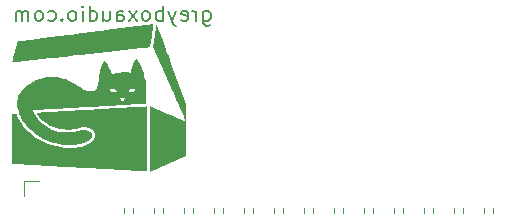
<source format=gbo>
G04 #@! TF.GenerationSoftware,KiCad,Pcbnew,8.0.4*
G04 #@! TF.CreationDate,2024-08-16T15:34:14+02:00*
G04 #@! TF.ProjectId,AT8,4154382e-6b69-4636-9164-5f7063625858,00*
G04 #@! TF.SameCoordinates,Original*
G04 #@! TF.FileFunction,Legend,Bot*
G04 #@! TF.FilePolarity,Positive*
%FSLAX46Y46*%
G04 Gerber Fmt 4.6, Leading zero omitted, Abs format (unit mm)*
G04 Created by KiCad (PCBNEW 8.0.4) date 2024-08-16 15:34:14*
%MOMM*%
%LPD*%
G01*
G04 APERTURE LIST*
%ADD10C,0.203200*%
%ADD11C,0.120000*%
%ADD12C,0.000000*%
%ADD13O,1.700000X1.700000*%
%ADD14R,1.700000X1.700000*%
G04 APERTURE END LIST*
D10*
X30159476Y-14288342D02*
X30159476Y-15316437D01*
X30159476Y-15316437D02*
X30219952Y-15437390D01*
X30219952Y-15437390D02*
X30280428Y-15497866D01*
X30280428Y-15497866D02*
X30401381Y-15558342D01*
X30401381Y-15558342D02*
X30582809Y-15558342D01*
X30582809Y-15558342D02*
X30703762Y-15497866D01*
X30159476Y-15074533D02*
X30280428Y-15135009D01*
X30280428Y-15135009D02*
X30522333Y-15135009D01*
X30522333Y-15135009D02*
X30643285Y-15074533D01*
X30643285Y-15074533D02*
X30703762Y-15014056D01*
X30703762Y-15014056D02*
X30764238Y-14893104D01*
X30764238Y-14893104D02*
X30764238Y-14530247D01*
X30764238Y-14530247D02*
X30703762Y-14409294D01*
X30703762Y-14409294D02*
X30643285Y-14348818D01*
X30643285Y-14348818D02*
X30522333Y-14288342D01*
X30522333Y-14288342D02*
X30280428Y-14288342D01*
X30280428Y-14288342D02*
X30159476Y-14348818D01*
X29554714Y-15135009D02*
X29554714Y-14288342D01*
X29554714Y-14530247D02*
X29494237Y-14409294D01*
X29494237Y-14409294D02*
X29433761Y-14348818D01*
X29433761Y-14348818D02*
X29312809Y-14288342D01*
X29312809Y-14288342D02*
X29191856Y-14288342D01*
X28284714Y-15074533D02*
X28405666Y-15135009D01*
X28405666Y-15135009D02*
X28647571Y-15135009D01*
X28647571Y-15135009D02*
X28768524Y-15074533D01*
X28768524Y-15074533D02*
X28829000Y-14953580D01*
X28829000Y-14953580D02*
X28829000Y-14469771D01*
X28829000Y-14469771D02*
X28768524Y-14348818D01*
X28768524Y-14348818D02*
X28647571Y-14288342D01*
X28647571Y-14288342D02*
X28405666Y-14288342D01*
X28405666Y-14288342D02*
X28284714Y-14348818D01*
X28284714Y-14348818D02*
X28224238Y-14469771D01*
X28224238Y-14469771D02*
X28224238Y-14590723D01*
X28224238Y-14590723D02*
X28829000Y-14711675D01*
X27800905Y-14288342D02*
X27498524Y-15135009D01*
X27196143Y-14288342D02*
X27498524Y-15135009D01*
X27498524Y-15135009D02*
X27619476Y-15437390D01*
X27619476Y-15437390D02*
X27679953Y-15497866D01*
X27679953Y-15497866D02*
X27800905Y-15558342D01*
X26712334Y-15135009D02*
X26712334Y-13865009D01*
X26712334Y-14348818D02*
X26591381Y-14288342D01*
X26591381Y-14288342D02*
X26349476Y-14288342D01*
X26349476Y-14288342D02*
X26228524Y-14348818D01*
X26228524Y-14348818D02*
X26168048Y-14409294D01*
X26168048Y-14409294D02*
X26107572Y-14530247D01*
X26107572Y-14530247D02*
X26107572Y-14893104D01*
X26107572Y-14893104D02*
X26168048Y-15014056D01*
X26168048Y-15014056D02*
X26228524Y-15074533D01*
X26228524Y-15074533D02*
X26349476Y-15135009D01*
X26349476Y-15135009D02*
X26591381Y-15135009D01*
X26591381Y-15135009D02*
X26712334Y-15074533D01*
X25381857Y-15135009D02*
X25502809Y-15074533D01*
X25502809Y-15074533D02*
X25563286Y-15014056D01*
X25563286Y-15014056D02*
X25623762Y-14893104D01*
X25623762Y-14893104D02*
X25623762Y-14530247D01*
X25623762Y-14530247D02*
X25563286Y-14409294D01*
X25563286Y-14409294D02*
X25502809Y-14348818D01*
X25502809Y-14348818D02*
X25381857Y-14288342D01*
X25381857Y-14288342D02*
X25200428Y-14288342D01*
X25200428Y-14288342D02*
X25079476Y-14348818D01*
X25079476Y-14348818D02*
X25019000Y-14409294D01*
X25019000Y-14409294D02*
X24958524Y-14530247D01*
X24958524Y-14530247D02*
X24958524Y-14893104D01*
X24958524Y-14893104D02*
X25019000Y-15014056D01*
X25019000Y-15014056D02*
X25079476Y-15074533D01*
X25079476Y-15074533D02*
X25200428Y-15135009D01*
X25200428Y-15135009D02*
X25381857Y-15135009D01*
X24535190Y-15135009D02*
X23869952Y-14288342D01*
X24535190Y-14288342D02*
X23869952Y-15135009D01*
X22841857Y-15135009D02*
X22841857Y-14469771D01*
X22841857Y-14469771D02*
X22902333Y-14348818D01*
X22902333Y-14348818D02*
X23023285Y-14288342D01*
X23023285Y-14288342D02*
X23265190Y-14288342D01*
X23265190Y-14288342D02*
X23386143Y-14348818D01*
X22841857Y-15074533D02*
X22962809Y-15135009D01*
X22962809Y-15135009D02*
X23265190Y-15135009D01*
X23265190Y-15135009D02*
X23386143Y-15074533D01*
X23386143Y-15074533D02*
X23446619Y-14953580D01*
X23446619Y-14953580D02*
X23446619Y-14832628D01*
X23446619Y-14832628D02*
X23386143Y-14711675D01*
X23386143Y-14711675D02*
X23265190Y-14651199D01*
X23265190Y-14651199D02*
X22962809Y-14651199D01*
X22962809Y-14651199D02*
X22841857Y-14590723D01*
X21692809Y-14288342D02*
X21692809Y-15135009D01*
X22237095Y-14288342D02*
X22237095Y-14953580D01*
X22237095Y-14953580D02*
X22176618Y-15074533D01*
X22176618Y-15074533D02*
X22055666Y-15135009D01*
X22055666Y-15135009D02*
X21874237Y-15135009D01*
X21874237Y-15135009D02*
X21753285Y-15074533D01*
X21753285Y-15074533D02*
X21692809Y-15014056D01*
X20543761Y-15135009D02*
X20543761Y-13865009D01*
X20543761Y-15074533D02*
X20664713Y-15135009D01*
X20664713Y-15135009D02*
X20906618Y-15135009D01*
X20906618Y-15135009D02*
X21027570Y-15074533D01*
X21027570Y-15074533D02*
X21088047Y-15014056D01*
X21088047Y-15014056D02*
X21148523Y-14893104D01*
X21148523Y-14893104D02*
X21148523Y-14530247D01*
X21148523Y-14530247D02*
X21088047Y-14409294D01*
X21088047Y-14409294D02*
X21027570Y-14348818D01*
X21027570Y-14348818D02*
X20906618Y-14288342D01*
X20906618Y-14288342D02*
X20664713Y-14288342D01*
X20664713Y-14288342D02*
X20543761Y-14348818D01*
X19938999Y-15135009D02*
X19938999Y-14288342D01*
X19938999Y-13865009D02*
X19999475Y-13925485D01*
X19999475Y-13925485D02*
X19938999Y-13985961D01*
X19938999Y-13985961D02*
X19878522Y-13925485D01*
X19878522Y-13925485D02*
X19938999Y-13865009D01*
X19938999Y-13865009D02*
X19938999Y-13985961D01*
X19152808Y-15135009D02*
X19273760Y-15074533D01*
X19273760Y-15074533D02*
X19334237Y-15014056D01*
X19334237Y-15014056D02*
X19394713Y-14893104D01*
X19394713Y-14893104D02*
X19394713Y-14530247D01*
X19394713Y-14530247D02*
X19334237Y-14409294D01*
X19334237Y-14409294D02*
X19273760Y-14348818D01*
X19273760Y-14348818D02*
X19152808Y-14288342D01*
X19152808Y-14288342D02*
X18971379Y-14288342D01*
X18971379Y-14288342D02*
X18850427Y-14348818D01*
X18850427Y-14348818D02*
X18789951Y-14409294D01*
X18789951Y-14409294D02*
X18729475Y-14530247D01*
X18729475Y-14530247D02*
X18729475Y-14893104D01*
X18729475Y-14893104D02*
X18789951Y-15014056D01*
X18789951Y-15014056D02*
X18850427Y-15074533D01*
X18850427Y-15074533D02*
X18971379Y-15135009D01*
X18971379Y-15135009D02*
X19152808Y-15135009D01*
X18185189Y-15014056D02*
X18124712Y-15074533D01*
X18124712Y-15074533D02*
X18185189Y-15135009D01*
X18185189Y-15135009D02*
X18245665Y-15074533D01*
X18245665Y-15074533D02*
X18185189Y-15014056D01*
X18185189Y-15014056D02*
X18185189Y-15135009D01*
X17036141Y-15074533D02*
X17157093Y-15135009D01*
X17157093Y-15135009D02*
X17398998Y-15135009D01*
X17398998Y-15135009D02*
X17519950Y-15074533D01*
X17519950Y-15074533D02*
X17580427Y-15014056D01*
X17580427Y-15014056D02*
X17640903Y-14893104D01*
X17640903Y-14893104D02*
X17640903Y-14530247D01*
X17640903Y-14530247D02*
X17580427Y-14409294D01*
X17580427Y-14409294D02*
X17519950Y-14348818D01*
X17519950Y-14348818D02*
X17398998Y-14288342D01*
X17398998Y-14288342D02*
X17157093Y-14288342D01*
X17157093Y-14288342D02*
X17036141Y-14348818D01*
X16310427Y-15135009D02*
X16431379Y-15074533D01*
X16431379Y-15074533D02*
X16491856Y-15014056D01*
X16491856Y-15014056D02*
X16552332Y-14893104D01*
X16552332Y-14893104D02*
X16552332Y-14530247D01*
X16552332Y-14530247D02*
X16491856Y-14409294D01*
X16491856Y-14409294D02*
X16431379Y-14348818D01*
X16431379Y-14348818D02*
X16310427Y-14288342D01*
X16310427Y-14288342D02*
X16128998Y-14288342D01*
X16128998Y-14288342D02*
X16008046Y-14348818D01*
X16008046Y-14348818D02*
X15947570Y-14409294D01*
X15947570Y-14409294D02*
X15887094Y-14530247D01*
X15887094Y-14530247D02*
X15887094Y-14893104D01*
X15887094Y-14893104D02*
X15947570Y-15014056D01*
X15947570Y-15014056D02*
X16008046Y-15074533D01*
X16008046Y-15074533D02*
X16128998Y-15135009D01*
X16128998Y-15135009D02*
X16310427Y-15135009D01*
X15342808Y-15135009D02*
X15342808Y-14288342D01*
X15342808Y-14409294D02*
X15282331Y-14348818D01*
X15282331Y-14348818D02*
X15161379Y-14288342D01*
X15161379Y-14288342D02*
X14979950Y-14288342D01*
X14979950Y-14288342D02*
X14858998Y-14348818D01*
X14858998Y-14348818D02*
X14798522Y-14469771D01*
X14798522Y-14469771D02*
X14798522Y-15135009D01*
X14798522Y-14469771D02*
X14738046Y-14348818D01*
X14738046Y-14348818D02*
X14617093Y-14288342D01*
X14617093Y-14288342D02*
X14435665Y-14288342D01*
X14435665Y-14288342D02*
X14314712Y-14348818D01*
X14314712Y-14348818D02*
X14254236Y-14469771D01*
X14254236Y-14469771D02*
X14254236Y-15135009D01*
D11*
X41250000Y-31412000D02*
X41250000Y-31014929D01*
X26010000Y-31412000D02*
X26010000Y-31014929D01*
X23470000Y-31412000D02*
X23470000Y-31014929D01*
X48870000Y-31412000D02*
X48870000Y-31014929D01*
X28550000Y-31412000D02*
X28550000Y-31014929D01*
X54710000Y-31412000D02*
X54710000Y-31014929D01*
X53950000Y-31412000D02*
X53950000Y-31014929D01*
X52170000Y-31412000D02*
X52170000Y-31014929D01*
X51410000Y-31412000D02*
X51410000Y-31014929D01*
X49630000Y-31412000D02*
X49630000Y-31014929D01*
X48870000Y-31412000D02*
X48870000Y-31014929D01*
X47090000Y-31412000D02*
X47090000Y-31014929D01*
X46330000Y-31412000D02*
X46330000Y-31014929D01*
X44550000Y-31412000D02*
X44550000Y-31014929D01*
X43790000Y-31412000D02*
X43790000Y-31014929D01*
X42010000Y-31412000D02*
X42010000Y-31014929D01*
X41250000Y-31412000D02*
X41250000Y-31014929D01*
X39470000Y-31412000D02*
X39470000Y-31014929D01*
X38710000Y-31412000D02*
X38710000Y-31014929D01*
X36930000Y-31412000D02*
X36930000Y-31014929D01*
X36170000Y-31412000D02*
X36170000Y-31014929D01*
X34390000Y-31412000D02*
X34390000Y-31014929D01*
X33630000Y-31412000D02*
X33630000Y-31014929D01*
X31850000Y-31412000D02*
X31850000Y-31014929D01*
X31090000Y-31412000D02*
X31090000Y-31014929D01*
X29310000Y-31412000D02*
X29310000Y-31014929D01*
X28550000Y-31412000D02*
X28550000Y-31014929D01*
X26770000Y-31412000D02*
X26770000Y-31014929D01*
X26010000Y-31412000D02*
X26010000Y-31014929D01*
X24230000Y-31412000D02*
X24230000Y-31014929D01*
X23470000Y-31412000D02*
X23470000Y-31014929D01*
X14960000Y-28702000D02*
X16230000Y-28702000D01*
X14960000Y-29972000D02*
X14960000Y-28702000D01*
D12*
G36*
X26170705Y-15400052D02*
G01*
X26183636Y-15431993D01*
X26206728Y-15491066D01*
X26239494Y-15575992D01*
X26281451Y-15685488D01*
X26332111Y-15818273D01*
X26390992Y-15973064D01*
X26457606Y-16148580D01*
X26531470Y-16343539D01*
X26612098Y-16556659D01*
X26699004Y-16786659D01*
X26791705Y-17032257D01*
X26889714Y-17292170D01*
X26992546Y-17565118D01*
X27099717Y-17849818D01*
X27210741Y-18144989D01*
X27325133Y-18449349D01*
X27442408Y-18761616D01*
X28711979Y-22143369D01*
X28711874Y-24363879D01*
X28711769Y-26584389D01*
X27183862Y-27240833D01*
X25655954Y-27897277D01*
X25651962Y-26516969D01*
X25651557Y-26361136D01*
X25651034Y-26093723D01*
X25650653Y-25805646D01*
X25650415Y-25503391D01*
X25650318Y-25193445D01*
X25650363Y-24882293D01*
X25650549Y-24576422D01*
X25650878Y-24282317D01*
X25651349Y-24006466D01*
X25651962Y-23755355D01*
X25655954Y-22374048D01*
X27086169Y-22989203D01*
X27191167Y-23034364D01*
X27390193Y-23119972D01*
X27581390Y-23202217D01*
X27762668Y-23280199D01*
X27931939Y-23353019D01*
X28087115Y-23419780D01*
X28226105Y-23479583D01*
X28346822Y-23531528D01*
X28447176Y-23574717D01*
X28525079Y-23608251D01*
X28578441Y-23631232D01*
X28605175Y-23642760D01*
X28693964Y-23681163D01*
X28649171Y-23576574D01*
X28639462Y-23554260D01*
X28617515Y-23504142D01*
X28584143Y-23428078D01*
X28539946Y-23327436D01*
X28485527Y-23203586D01*
X28421488Y-23057894D01*
X28348429Y-22891729D01*
X28266954Y-22706459D01*
X28177664Y-22503453D01*
X28081160Y-22284078D01*
X27978044Y-22049703D01*
X27868918Y-21801695D01*
X27754384Y-21541424D01*
X27635044Y-21270256D01*
X27511499Y-20989561D01*
X27384352Y-20700706D01*
X27254203Y-20405059D01*
X25904028Y-17338134D01*
X26033563Y-16373606D01*
X26037107Y-16347222D01*
X26059864Y-16178212D01*
X26081426Y-16018732D01*
X26101424Y-15871462D01*
X26119491Y-15739084D01*
X26135258Y-15624283D01*
X26148357Y-15529738D01*
X26158421Y-15458133D01*
X26165080Y-15412149D01*
X26167967Y-15394470D01*
X26170705Y-15400052D01*
G37*
G36*
X25925468Y-15405874D02*
G01*
X25923572Y-15428144D01*
X25917895Y-15478202D01*
X25908771Y-15553414D01*
X25896537Y-15651146D01*
X25881526Y-15768763D01*
X25864077Y-15903634D01*
X25844523Y-16053122D01*
X25823200Y-16214596D01*
X25800444Y-16385421D01*
X25670018Y-17360354D01*
X25631724Y-17365614D01*
X25629163Y-17365923D01*
X25601099Y-17369111D01*
X25543411Y-17375587D01*
X25457191Y-17385228D01*
X25343528Y-17397913D01*
X25203515Y-17413521D01*
X25038243Y-17431931D01*
X24848803Y-17453021D01*
X24636286Y-17476670D01*
X24401784Y-17502756D01*
X24146388Y-17531159D01*
X23871189Y-17561757D01*
X23577279Y-17594428D01*
X23265748Y-17629052D01*
X22937689Y-17665507D01*
X22594191Y-17703671D01*
X22236348Y-17743424D01*
X21865249Y-17784643D01*
X21481986Y-17827209D01*
X21087651Y-17870998D01*
X20683335Y-17915891D01*
X20270128Y-17961766D01*
X19849123Y-18008500D01*
X19717893Y-18023065D01*
X19298730Y-18069565D01*
X18887520Y-18115148D01*
X18485366Y-18159692D01*
X18093368Y-18203079D01*
X17712626Y-18245185D01*
X17344242Y-18285891D01*
X16989316Y-18325075D01*
X16648948Y-18362617D01*
X16324241Y-18398395D01*
X16016293Y-18432289D01*
X15726207Y-18464178D01*
X15455083Y-18493940D01*
X15204021Y-18521455D01*
X14974122Y-18546602D01*
X14766487Y-18569260D01*
X14582217Y-18589308D01*
X14422413Y-18606624D01*
X14288174Y-18621089D01*
X14180603Y-18632581D01*
X14100799Y-18640979D01*
X14049864Y-18646162D01*
X14028897Y-18648009D01*
X13995170Y-18647851D01*
X13965414Y-18642584D01*
X13960358Y-18630354D01*
X13963601Y-18619120D01*
X13974250Y-18579723D01*
X13991474Y-18514918D01*
X14014549Y-18427467D01*
X14042749Y-18320133D01*
X14075348Y-18195678D01*
X14111621Y-18056865D01*
X14150843Y-17906457D01*
X14192287Y-17747215D01*
X14224573Y-17623391D01*
X14264326Y-17471915D01*
X14301348Y-17331932D01*
X14334915Y-17206124D01*
X14364302Y-17097175D01*
X14388784Y-17007767D01*
X14407636Y-16940582D01*
X14420135Y-16898304D01*
X14425555Y-16883615D01*
X14427782Y-16883357D01*
X14454631Y-16879970D01*
X14511015Y-16872764D01*
X14595853Y-16861879D01*
X14708065Y-16847456D01*
X14846570Y-16829632D01*
X15010288Y-16808548D01*
X15198138Y-16784343D01*
X15409040Y-16757157D01*
X15641914Y-16727128D01*
X15895678Y-16694396D01*
X16169253Y-16659100D01*
X16461557Y-16621381D01*
X16771512Y-16581377D01*
X17098035Y-16539228D01*
X17440047Y-16495073D01*
X17796467Y-16449051D01*
X18166215Y-16401303D01*
X18548210Y-16351967D01*
X18941372Y-16301183D01*
X19344620Y-16249090D01*
X19756874Y-16195827D01*
X20177054Y-16141535D01*
X20329677Y-16121815D01*
X20747073Y-16067908D01*
X21156138Y-16015109D01*
X21555793Y-15963557D01*
X21944957Y-15913390D01*
X22322552Y-15864747D01*
X22687497Y-15817766D01*
X23038714Y-15772585D01*
X23375122Y-15729343D01*
X23695642Y-15688178D01*
X23999194Y-15649228D01*
X24284699Y-15612631D01*
X24551076Y-15578527D01*
X24797247Y-15547052D01*
X25022132Y-15518347D01*
X25224651Y-15492548D01*
X25403725Y-15469794D01*
X25558273Y-15450225D01*
X25687217Y-15433977D01*
X25789476Y-15421189D01*
X25863971Y-15412000D01*
X25909623Y-15406548D01*
X25925352Y-15404972D01*
X25925468Y-15405874D01*
G37*
G36*
X25395885Y-22387514D02*
G01*
X25398268Y-22401179D01*
X25400442Y-22427553D01*
X25402417Y-22467794D01*
X25404200Y-22523063D01*
X25405800Y-22594519D01*
X25407224Y-22683322D01*
X25408481Y-22790630D01*
X25409580Y-22917605D01*
X25410527Y-23065404D01*
X25411333Y-23235189D01*
X25412004Y-23428118D01*
X25412550Y-23645351D01*
X25412978Y-23888048D01*
X25413296Y-24157367D01*
X25413513Y-24454470D01*
X25413638Y-24780515D01*
X25413677Y-25136661D01*
X25413677Y-27887677D01*
X25379392Y-27887677D01*
X25378794Y-27887662D01*
X25356830Y-27886563D01*
X25304904Y-27883768D01*
X25224120Y-27879339D01*
X25115584Y-27873338D01*
X24980401Y-27865826D01*
X24819675Y-27856867D01*
X24634512Y-27846521D01*
X24426017Y-27834852D01*
X24195294Y-27821921D01*
X23943450Y-27807790D01*
X23671589Y-27792522D01*
X23380816Y-27776178D01*
X23072236Y-27758821D01*
X22746954Y-27740512D01*
X22406076Y-27721314D01*
X22050706Y-27701289D01*
X21681949Y-27680499D01*
X21300911Y-27659006D01*
X20908696Y-27636872D01*
X20506410Y-27614160D01*
X20095157Y-27590930D01*
X19676044Y-27567246D01*
X19619396Y-27564044D01*
X19201376Y-27540421D01*
X18791411Y-27517262D01*
X18390602Y-27494627D01*
X18000052Y-27472578D01*
X17620864Y-27451179D01*
X17254142Y-27430491D01*
X16900987Y-27410576D01*
X16562502Y-27391496D01*
X16239791Y-27373314D01*
X15933956Y-27356090D01*
X15646099Y-27339888D01*
X15377324Y-27324769D01*
X15128732Y-27310795D01*
X14901428Y-27298029D01*
X14696514Y-27286533D01*
X14515091Y-27276368D01*
X14358264Y-27267596D01*
X14227135Y-27260281D01*
X14122807Y-27254483D01*
X14046381Y-27250264D01*
X13998962Y-27247688D01*
X13981652Y-27246815D01*
X13980281Y-27246592D01*
X13976806Y-27243249D01*
X13973682Y-27234698D01*
X13970889Y-27219406D01*
X13968410Y-27195841D01*
X13966226Y-27162469D01*
X13964320Y-27117758D01*
X13962671Y-27060177D01*
X13961262Y-26988191D01*
X13960075Y-26900270D01*
X13959091Y-26794880D01*
X13958292Y-26670488D01*
X13957659Y-26525562D01*
X13957174Y-26358571D01*
X13956819Y-26167980D01*
X13956574Y-25952258D01*
X13956423Y-25709872D01*
X13956345Y-25439289D01*
X13956323Y-25138978D01*
X13956323Y-23031141D01*
X14085277Y-23021102D01*
X14171386Y-23014519D01*
X14237649Y-23010773D01*
X14282747Y-23011596D01*
X14311847Y-23018215D01*
X14330116Y-23031858D01*
X14342722Y-23053752D01*
X14354832Y-23085123D01*
X14399561Y-23196599D01*
X14498866Y-23405463D01*
X14619028Y-23619691D01*
X14756006Y-23832767D01*
X14905761Y-24038174D01*
X15064253Y-24229395D01*
X15153516Y-24326823D01*
X15413416Y-24579810D01*
X15695836Y-24813726D01*
X15998367Y-25027517D01*
X16318597Y-25220128D01*
X16654115Y-25390504D01*
X17002511Y-25537592D01*
X17361374Y-25660336D01*
X17728293Y-25757682D01*
X18100857Y-25828576D01*
X18476656Y-25871963D01*
X18853278Y-25886788D01*
X19047747Y-25883519D01*
X19317433Y-25865811D01*
X19569451Y-25831965D01*
X19809738Y-25781112D01*
X20044229Y-25712382D01*
X20222323Y-25646805D01*
X20417571Y-25557215D01*
X20584801Y-25458555D01*
X20723427Y-25351232D01*
X20832864Y-25235649D01*
X20912525Y-25112211D01*
X20935195Y-25065964D01*
X20952403Y-25022603D01*
X20961876Y-24980301D01*
X20965891Y-24928288D01*
X20966723Y-24855795D01*
X20966269Y-24799006D01*
X20963112Y-24741995D01*
X20955030Y-24697338D01*
X20939830Y-24654200D01*
X20915321Y-24601745D01*
X20864832Y-24517258D01*
X20772484Y-24412151D01*
X20657134Y-24322583D01*
X20522011Y-24250192D01*
X20370343Y-24196618D01*
X20205358Y-24163498D01*
X20030285Y-24152472D01*
X19994107Y-24152805D01*
X19906077Y-24156321D01*
X19824920Y-24164845D01*
X19741605Y-24179882D01*
X19647101Y-24202940D01*
X19532378Y-24235525D01*
X19451512Y-24257432D01*
X19276510Y-24294378D01*
X19086458Y-24322956D01*
X18891589Y-24342029D01*
X18702134Y-24350461D01*
X18528323Y-24347114D01*
X18359703Y-24333768D01*
X18056500Y-24290830D01*
X17767845Y-24223602D01*
X17489028Y-24130882D01*
X17215339Y-24011464D01*
X17207769Y-24007760D01*
X17025168Y-23912304D01*
X16865147Y-23814902D01*
X16719607Y-23709720D01*
X16580449Y-23590924D01*
X16439575Y-23452681D01*
X16401557Y-23412126D01*
X16334703Y-23336037D01*
X16269326Y-23256275D01*
X16208164Y-23176720D01*
X16153958Y-23101246D01*
X16109447Y-23033731D01*
X16077372Y-22978051D01*
X16060472Y-22938084D01*
X16061487Y-22917706D01*
X16061811Y-22917618D01*
X16081625Y-22915941D01*
X16130993Y-22912603D01*
X16208439Y-22907689D01*
X16312486Y-22901283D01*
X16441659Y-22893469D01*
X16594482Y-22884332D01*
X16769478Y-22873955D01*
X16965172Y-22862424D01*
X17180087Y-22849822D01*
X17412747Y-22836233D01*
X17661675Y-22821743D01*
X17925397Y-22806434D01*
X18202435Y-22790392D01*
X18491314Y-22773701D01*
X18790557Y-22756445D01*
X19098689Y-22738708D01*
X19414233Y-22720574D01*
X19735713Y-22702128D01*
X20061653Y-22683455D01*
X20390577Y-22664637D01*
X20721008Y-22645761D01*
X21051471Y-22626909D01*
X21380490Y-22608167D01*
X21706588Y-22589618D01*
X22028289Y-22571346D01*
X22344117Y-22553437D01*
X22652596Y-22535974D01*
X22952250Y-22519041D01*
X23241603Y-22502724D01*
X23519178Y-22487105D01*
X23783500Y-22472270D01*
X24033093Y-22458303D01*
X24266479Y-22445287D01*
X24482184Y-22433308D01*
X24678730Y-22422449D01*
X24854643Y-22412795D01*
X25008445Y-22404430D01*
X25138661Y-22397438D01*
X25243815Y-22391904D01*
X25322429Y-22387911D01*
X25373030Y-22385545D01*
X25394139Y-22384889D01*
X25395885Y-22387514D01*
G37*
G36*
X25336533Y-21053950D02*
G01*
X25336423Y-21213338D01*
X25335484Y-21358720D01*
X25333688Y-21480659D01*
X25330773Y-21582164D01*
X25326467Y-21668690D01*
X25324211Y-21697790D01*
X25320498Y-21745687D01*
X25312592Y-21818610D01*
X25302477Y-21892910D01*
X25298621Y-21918662D01*
X25286069Y-21997056D01*
X25274230Y-22063560D01*
X25264287Y-22111814D01*
X25257420Y-22135459D01*
X25256678Y-22136257D01*
X25249994Y-22138883D01*
X25235918Y-22141776D01*
X25213457Y-22144998D01*
X25181620Y-22148609D01*
X25139412Y-22152670D01*
X25085842Y-22157243D01*
X25019918Y-22162388D01*
X24940646Y-22168166D01*
X24847034Y-22174639D01*
X24738089Y-22181868D01*
X24612819Y-22189912D01*
X24470232Y-22198835D01*
X24309334Y-22208695D01*
X24129134Y-22219555D01*
X23928638Y-22231476D01*
X23706855Y-22244518D01*
X23462791Y-22258743D01*
X23195453Y-22274211D01*
X22903851Y-22290984D01*
X22586990Y-22309122D01*
X22243878Y-22328687D01*
X21873523Y-22349740D01*
X21474933Y-22372341D01*
X21047113Y-22396552D01*
X20589073Y-22422433D01*
X20585004Y-22422663D01*
X20204498Y-22444156D01*
X19831426Y-22465242D01*
X19467041Y-22485850D01*
X19112593Y-22505907D01*
X18769334Y-22525344D01*
X18438516Y-22544088D01*
X18121389Y-22562069D01*
X17819206Y-22579216D01*
X17533217Y-22595457D01*
X17264675Y-22610722D01*
X17014830Y-22624938D01*
X16784934Y-22638035D01*
X16576239Y-22649942D01*
X16389996Y-22660587D01*
X16227456Y-22669900D01*
X16089870Y-22677809D01*
X15978491Y-22684243D01*
X15894570Y-22689131D01*
X15839358Y-22692401D01*
X15814106Y-22693984D01*
X15694597Y-22702644D01*
X15738651Y-22805960D01*
X15804749Y-22948872D01*
X15943818Y-23193348D01*
X16111124Y-23426403D01*
X16307545Y-23649338D01*
X16375946Y-23717487D01*
X16594217Y-23906040D01*
X16833088Y-24072901D01*
X17090434Y-24217316D01*
X17364130Y-24338532D01*
X17652050Y-24435794D01*
X17952068Y-24508349D01*
X18262060Y-24555442D01*
X18579900Y-24576320D01*
X18903462Y-24570229D01*
X18958929Y-24566536D01*
X19083243Y-24555397D01*
X19202891Y-24539888D01*
X19324680Y-24518740D01*
X19455418Y-24490689D01*
X19601912Y-24454466D01*
X19770969Y-24408805D01*
X19802048Y-24401594D01*
X19886490Y-24389963D01*
X19985300Y-24383897D01*
X20087237Y-24383578D01*
X20181058Y-24389189D01*
X20255523Y-24400913D01*
X20284589Y-24408445D01*
X20412013Y-24453527D01*
X20522761Y-24512703D01*
X20614411Y-24583343D01*
X20684538Y-24662821D01*
X20730720Y-24748506D01*
X20750532Y-24837772D01*
X20741551Y-24927990D01*
X20728560Y-24967197D01*
X20674439Y-25065216D01*
X20591405Y-25159798D01*
X20481101Y-25249866D01*
X20345170Y-25334349D01*
X20185255Y-25412171D01*
X20002999Y-25482258D01*
X19800045Y-25543536D01*
X19578294Y-25594162D01*
X19339701Y-25630556D01*
X19083216Y-25651808D01*
X19063919Y-25652833D01*
X18987159Y-25657041D01*
X18922840Y-25660768D01*
X18877224Y-25663641D01*
X18856569Y-25665288D01*
X18850479Y-25665460D01*
X18817421Y-25664391D01*
X18761819Y-25661623D01*
X18689547Y-25657464D01*
X18606477Y-25652220D01*
X18327040Y-25626661D01*
X17946167Y-25567352D01*
X17571401Y-25479640D01*
X17199268Y-25362671D01*
X16826291Y-25215593D01*
X16595306Y-25107323D01*
X16313662Y-24953022D01*
X16042501Y-24779952D01*
X15785270Y-24590868D01*
X15545421Y-24388524D01*
X15326403Y-24175674D01*
X15131666Y-23955072D01*
X14964660Y-23729472D01*
X14816983Y-23496111D01*
X14687026Y-23260149D01*
X14582975Y-23032369D01*
X14503775Y-22809787D01*
X14448373Y-22589416D01*
X14415716Y-22368272D01*
X14404748Y-22143369D01*
X14407791Y-22024234D01*
X14434634Y-21791553D01*
X14459250Y-21692913D01*
X23093648Y-21692913D01*
X23103082Y-21719072D01*
X23119956Y-21746308D01*
X23152750Y-21792055D01*
X23191358Y-21841670D01*
X23228003Y-21885230D01*
X23254911Y-21912815D01*
X23270579Y-21924065D01*
X23303876Y-21933432D01*
X23340061Y-21921099D01*
X23383104Y-21885122D01*
X23436976Y-21823552D01*
X23471308Y-21780361D01*
X23505792Y-21731527D01*
X23519184Y-21697790D01*
X23509451Y-21676181D01*
X23474558Y-21663728D01*
X23412473Y-21657462D01*
X23321162Y-21654413D01*
X23241768Y-21653391D01*
X23170284Y-21655455D01*
X23123961Y-21662079D01*
X23099512Y-21674241D01*
X23093648Y-21692913D01*
X14459250Y-21692913D01*
X14489626Y-21571195D01*
X14573313Y-21361248D01*
X14686244Y-21159801D01*
X14692782Y-21149740D01*
X14840339Y-20951854D01*
X15014341Y-20769002D01*
X15215038Y-20601015D01*
X15442678Y-20447726D01*
X15697510Y-20308965D01*
X15979785Y-20184563D01*
X16289751Y-20074352D01*
X16572494Y-19994680D01*
X16892717Y-19930043D01*
X17206955Y-19894152D01*
X17513997Y-19887026D01*
X17812632Y-19908687D01*
X18101647Y-19959155D01*
X18379831Y-20038452D01*
X18414926Y-20050748D01*
X18541090Y-20098844D01*
X18668382Y-20153963D01*
X18800706Y-20218161D01*
X18941962Y-20293496D01*
X19096054Y-20382024D01*
X19266884Y-20485802D01*
X19458354Y-20606887D01*
X19553298Y-20667465D01*
X19709579Y-20764861D01*
X19846150Y-20846256D01*
X19966488Y-20913367D01*
X20074068Y-20967911D01*
X20172367Y-21011604D01*
X20264862Y-21046163D01*
X20355028Y-21073303D01*
X20446341Y-21094743D01*
X20498746Y-21104463D01*
X20643390Y-21117779D01*
X20770114Y-21106568D01*
X20880443Y-21069916D01*
X20975905Y-21006910D01*
X20981637Y-21000609D01*
X22241600Y-21000609D01*
X22266760Y-21050895D01*
X22317819Y-21099891D01*
X22393416Y-21144630D01*
X22395001Y-21145381D01*
X22475681Y-21175189D01*
X22560570Y-21192738D01*
X22641654Y-21197540D01*
X22710920Y-21189107D01*
X22760354Y-21166953D01*
X22789231Y-21136062D01*
X22805258Y-21086388D01*
X22798429Y-21059094D01*
X23823068Y-21059094D01*
X23824235Y-21086388D01*
X23825247Y-21110065D01*
X23857705Y-21159341D01*
X23876710Y-21176135D01*
X23903939Y-21189825D01*
X23942489Y-21196022D01*
X24002290Y-21197336D01*
X24028186Y-21196559D01*
X24121797Y-21183142D01*
X24210526Y-21155469D01*
X24287793Y-21116653D01*
X24347014Y-21069805D01*
X24381609Y-21018035D01*
X24383635Y-21011933D01*
X24383677Y-20962313D01*
X24360029Y-20916051D01*
X24318089Y-20884498D01*
X24282397Y-20874685D01*
X24210105Y-20869978D01*
X24126817Y-20877226D01*
X24042922Y-20895284D01*
X23968810Y-20923005D01*
X23906351Y-20958862D01*
X23850369Y-21008127D01*
X23823068Y-21059094D01*
X22798429Y-21059094D01*
X22792073Y-21033693D01*
X22749912Y-20982098D01*
X22733677Y-20968835D01*
X22662322Y-20925857D01*
X22579375Y-20893890D01*
X22492345Y-20874219D01*
X22408738Y-20868132D01*
X22336059Y-20876916D01*
X22281816Y-20901857D01*
X22274439Y-20908036D01*
X22243706Y-20952001D01*
X22241600Y-21000609D01*
X20981637Y-21000609D01*
X21058025Y-20916636D01*
X21128329Y-20798180D01*
X21188344Y-20650631D01*
X21200985Y-20612063D01*
X21222991Y-20536065D01*
X21243589Y-20451437D01*
X21263463Y-20354424D01*
X21283297Y-20241276D01*
X21303776Y-20108239D01*
X21325584Y-19951562D01*
X21349406Y-19767492D01*
X21358036Y-19699845D01*
X21381919Y-19523976D01*
X21405064Y-19373538D01*
X21428475Y-19244251D01*
X21453158Y-19131838D01*
X21480115Y-19032020D01*
X21510353Y-18940518D01*
X21544876Y-18853054D01*
X21584687Y-18765349D01*
X21617086Y-18705118D01*
X21658932Y-18641687D01*
X21701506Y-18589281D01*
X21740083Y-18553633D01*
X21769940Y-18540477D01*
X21778659Y-18541989D01*
X21813528Y-18560458D01*
X21858159Y-18595182D01*
X21905364Y-18640146D01*
X21947949Y-18689337D01*
X21956662Y-18700807D01*
X22037663Y-18818618D01*
X22119577Y-18955738D01*
X22198091Y-19103614D01*
X22268888Y-19253691D01*
X22327654Y-19397415D01*
X22370075Y-19526232D01*
X22377194Y-19551608D01*
X22393319Y-19603603D01*
X22406452Y-19632554D01*
X22419662Y-19643897D01*
X22436016Y-19643063D01*
X22445224Y-19640636D01*
X22513675Y-19624480D01*
X22603870Y-19605377D01*
X22708013Y-19584790D01*
X22818307Y-19564182D01*
X22926957Y-19545018D01*
X23026166Y-19528761D01*
X23108139Y-19516874D01*
X23125334Y-19514712D01*
X23236090Y-19503749D01*
X23356858Y-19496026D01*
X23480794Y-19491618D01*
X23601057Y-19490597D01*
X23710803Y-19493040D01*
X23803191Y-19499018D01*
X23871378Y-19508608D01*
X23912693Y-19516424D01*
X23951919Y-19521462D01*
X23969972Y-19520469D01*
X23973659Y-19511689D01*
X23984829Y-19476958D01*
X24001530Y-19420824D01*
X24022231Y-19348477D01*
X24045399Y-19265104D01*
X24048461Y-19253942D01*
X24084004Y-19126208D01*
X24114202Y-19022446D01*
X24141105Y-18936751D01*
X24166762Y-18863223D01*
X24193226Y-18795958D01*
X24222545Y-18729053D01*
X24256771Y-18656606D01*
X24314800Y-18547791D01*
X24371812Y-18465702D01*
X24427472Y-18413316D01*
X24482810Y-18390776D01*
X24538858Y-18398226D01*
X24596646Y-18435810D01*
X24657207Y-18503670D01*
X24721572Y-18601949D01*
X24790771Y-18730791D01*
X24819817Y-18791255D01*
X24890338Y-18955750D01*
X24961087Y-19144198D01*
X25030500Y-19351510D01*
X25097013Y-19572601D01*
X25159060Y-19802384D01*
X25215077Y-20035771D01*
X25263499Y-20267677D01*
X25271232Y-20308299D01*
X25290883Y-20417240D01*
X25306321Y-20515358D01*
X25318010Y-20608662D01*
X25326411Y-20703164D01*
X25331990Y-20804873D01*
X25335209Y-20919798D01*
X25335629Y-20962313D01*
X25336533Y-21053950D01*
G37*
%LPC*%
D13*
X54330000Y-29972000D03*
X51790000Y-29972000D03*
X49250000Y-29972000D03*
X46710000Y-29972000D03*
X44170000Y-29972000D03*
X41630000Y-29972000D03*
X39090000Y-29972000D03*
X36550000Y-29972000D03*
X34010000Y-29972000D03*
X31470000Y-29972000D03*
X28930000Y-29972000D03*
X26390000Y-29972000D03*
X23850000Y-29972000D03*
X21310000Y-29972000D03*
X18770000Y-29972000D03*
D14*
X16230000Y-29972000D03*
%LPD*%
M02*

</source>
